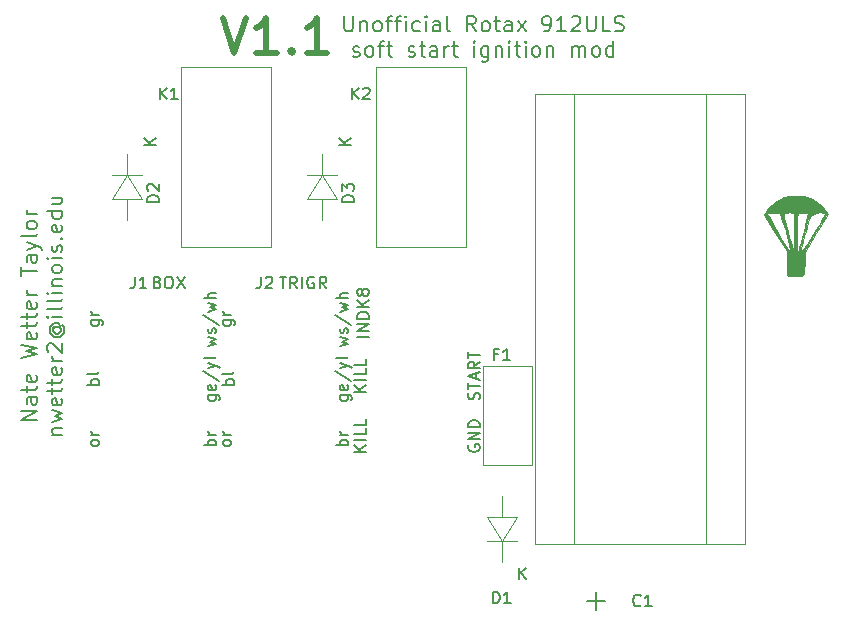
<source format=gto>
G04 #@! TF.GenerationSoftware,KiCad,Pcbnew,(5.1.4)-1*
G04 #@! TF.CreationDate,2019-11-30T19:48:50-06:00*
G04 #@! TF.ProjectId,rotax 912 soft start,726f7461-7820-4393-9132-20736f667420,rev?*
G04 #@! TF.SameCoordinates,Original*
G04 #@! TF.FileFunction,Legend,Top*
G04 #@! TF.FilePolarity,Positive*
%FSLAX46Y46*%
G04 Gerber Fmt 4.6, Leading zero omitted, Abs format (unit mm)*
G04 Created by KiCad (PCBNEW (5.1.4)-1) date 2019-11-30 19:48:50*
%MOMM*%
%LPD*%
G04 APERTURE LIST*
%ADD10C,0.500000*%
%ADD11C,0.200000*%
%ADD12C,0.010000*%
%ADD13C,0.120000*%
%ADD14C,0.150000*%
G04 APERTURE END LIST*
D10*
X120066571Y-101405142D02*
X121066571Y-104405142D01*
X122066571Y-101405142D01*
X124638000Y-104405142D02*
X122923714Y-104405142D01*
X123780857Y-104405142D02*
X123780857Y-101405142D01*
X123495142Y-101833714D01*
X123209428Y-102119428D01*
X122923714Y-102262285D01*
X125923714Y-104119428D02*
X126066571Y-104262285D01*
X125923714Y-104405142D01*
X125780857Y-104262285D01*
X125923714Y-104119428D01*
X125923714Y-104405142D01*
X128923714Y-104405142D02*
X127209428Y-104405142D01*
X128066571Y-104405142D02*
X128066571Y-101405142D01*
X127780857Y-101833714D01*
X127495142Y-102119428D01*
X127209428Y-102262285D01*
D11*
X104339095Y-135460476D02*
X103039095Y-135460476D01*
X104339095Y-134717619D01*
X103039095Y-134717619D01*
X104339095Y-133541428D02*
X103658142Y-133541428D01*
X103534333Y-133603333D01*
X103472428Y-133727142D01*
X103472428Y-133974761D01*
X103534333Y-134098571D01*
X104277190Y-133541428D02*
X104339095Y-133665238D01*
X104339095Y-133974761D01*
X104277190Y-134098571D01*
X104153380Y-134160476D01*
X104029571Y-134160476D01*
X103905761Y-134098571D01*
X103843857Y-133974761D01*
X103843857Y-133665238D01*
X103781952Y-133541428D01*
X103472428Y-133108095D02*
X103472428Y-132612857D01*
X103039095Y-132922380D02*
X104153380Y-132922380D01*
X104277190Y-132860476D01*
X104339095Y-132736666D01*
X104339095Y-132612857D01*
X104277190Y-131684285D02*
X104339095Y-131808095D01*
X104339095Y-132055714D01*
X104277190Y-132179523D01*
X104153380Y-132241428D01*
X103658142Y-132241428D01*
X103534333Y-132179523D01*
X103472428Y-132055714D01*
X103472428Y-131808095D01*
X103534333Y-131684285D01*
X103658142Y-131622380D01*
X103781952Y-131622380D01*
X103905761Y-132241428D01*
X103039095Y-130198571D02*
X104339095Y-129889047D01*
X103410523Y-129641428D01*
X104339095Y-129393809D01*
X103039095Y-129084285D01*
X104277190Y-128093809D02*
X104339095Y-128217619D01*
X104339095Y-128465238D01*
X104277190Y-128589047D01*
X104153380Y-128650952D01*
X103658142Y-128650952D01*
X103534333Y-128589047D01*
X103472428Y-128465238D01*
X103472428Y-128217619D01*
X103534333Y-128093809D01*
X103658142Y-128031904D01*
X103781952Y-128031904D01*
X103905761Y-128650952D01*
X103472428Y-127660476D02*
X103472428Y-127165238D01*
X103039095Y-127474761D02*
X104153380Y-127474761D01*
X104277190Y-127412857D01*
X104339095Y-127289047D01*
X104339095Y-127165238D01*
X103472428Y-126917619D02*
X103472428Y-126422380D01*
X103039095Y-126731904D02*
X104153380Y-126731904D01*
X104277190Y-126670000D01*
X104339095Y-126546190D01*
X104339095Y-126422380D01*
X104277190Y-125493809D02*
X104339095Y-125617619D01*
X104339095Y-125865238D01*
X104277190Y-125989047D01*
X104153380Y-126050952D01*
X103658142Y-126050952D01*
X103534333Y-125989047D01*
X103472428Y-125865238D01*
X103472428Y-125617619D01*
X103534333Y-125493809D01*
X103658142Y-125431904D01*
X103781952Y-125431904D01*
X103905761Y-126050952D01*
X104339095Y-124874761D02*
X103472428Y-124874761D01*
X103720047Y-124874761D02*
X103596238Y-124812857D01*
X103534333Y-124750952D01*
X103472428Y-124627142D01*
X103472428Y-124503333D01*
X103039095Y-123265238D02*
X103039095Y-122522380D01*
X104339095Y-122893809D02*
X103039095Y-122893809D01*
X104339095Y-121531904D02*
X103658142Y-121531904D01*
X103534333Y-121593809D01*
X103472428Y-121717619D01*
X103472428Y-121965238D01*
X103534333Y-122089047D01*
X104277190Y-121531904D02*
X104339095Y-121655714D01*
X104339095Y-121965238D01*
X104277190Y-122089047D01*
X104153380Y-122150952D01*
X104029571Y-122150952D01*
X103905761Y-122089047D01*
X103843857Y-121965238D01*
X103843857Y-121655714D01*
X103781952Y-121531904D01*
X103472428Y-121036666D02*
X104339095Y-120727142D01*
X103472428Y-120417619D02*
X104339095Y-120727142D01*
X104648619Y-120850952D01*
X104710523Y-120912857D01*
X104772428Y-121036666D01*
X104339095Y-119736666D02*
X104277190Y-119860476D01*
X104153380Y-119922380D01*
X103039095Y-119922380D01*
X104339095Y-119055714D02*
X104277190Y-119179523D01*
X104215285Y-119241428D01*
X104091476Y-119303333D01*
X103720047Y-119303333D01*
X103596238Y-119241428D01*
X103534333Y-119179523D01*
X103472428Y-119055714D01*
X103472428Y-118870000D01*
X103534333Y-118746190D01*
X103596238Y-118684285D01*
X103720047Y-118622380D01*
X104091476Y-118622380D01*
X104215285Y-118684285D01*
X104277190Y-118746190D01*
X104339095Y-118870000D01*
X104339095Y-119055714D01*
X104339095Y-118065238D02*
X103472428Y-118065238D01*
X103720047Y-118065238D02*
X103596238Y-118003333D01*
X103534333Y-117941428D01*
X103472428Y-117817619D01*
X103472428Y-117693809D01*
X105622428Y-136698571D02*
X106489095Y-136698571D01*
X105746238Y-136698571D02*
X105684333Y-136636666D01*
X105622428Y-136512857D01*
X105622428Y-136327142D01*
X105684333Y-136203333D01*
X105808142Y-136141428D01*
X106489095Y-136141428D01*
X105622428Y-135646190D02*
X106489095Y-135398571D01*
X105870047Y-135150952D01*
X106489095Y-134903333D01*
X105622428Y-134655714D01*
X106427190Y-133665238D02*
X106489095Y-133789047D01*
X106489095Y-134036666D01*
X106427190Y-134160476D01*
X106303380Y-134222380D01*
X105808142Y-134222380D01*
X105684333Y-134160476D01*
X105622428Y-134036666D01*
X105622428Y-133789047D01*
X105684333Y-133665238D01*
X105808142Y-133603333D01*
X105931952Y-133603333D01*
X106055761Y-134222380D01*
X105622428Y-133231904D02*
X105622428Y-132736666D01*
X105189095Y-133046190D02*
X106303380Y-133046190D01*
X106427190Y-132984285D01*
X106489095Y-132860476D01*
X106489095Y-132736666D01*
X105622428Y-132489047D02*
X105622428Y-131993809D01*
X105189095Y-132303333D02*
X106303380Y-132303333D01*
X106427190Y-132241428D01*
X106489095Y-132117619D01*
X106489095Y-131993809D01*
X106427190Y-131065238D02*
X106489095Y-131189047D01*
X106489095Y-131436666D01*
X106427190Y-131560476D01*
X106303380Y-131622380D01*
X105808142Y-131622380D01*
X105684333Y-131560476D01*
X105622428Y-131436666D01*
X105622428Y-131189047D01*
X105684333Y-131065238D01*
X105808142Y-131003333D01*
X105931952Y-131003333D01*
X106055761Y-131622380D01*
X106489095Y-130446190D02*
X105622428Y-130446190D01*
X105870047Y-130446190D02*
X105746238Y-130384285D01*
X105684333Y-130322380D01*
X105622428Y-130198571D01*
X105622428Y-130074761D01*
X105312904Y-129703333D02*
X105251000Y-129641428D01*
X105189095Y-129517619D01*
X105189095Y-129208095D01*
X105251000Y-129084285D01*
X105312904Y-129022380D01*
X105436714Y-128960476D01*
X105560523Y-128960476D01*
X105746238Y-129022380D01*
X106489095Y-129765238D01*
X106489095Y-128960476D01*
X105870047Y-127598571D02*
X105808142Y-127660476D01*
X105746238Y-127784285D01*
X105746238Y-127908095D01*
X105808142Y-128031904D01*
X105870047Y-128093809D01*
X105993857Y-128155714D01*
X106117666Y-128155714D01*
X106241476Y-128093809D01*
X106303380Y-128031904D01*
X106365285Y-127908095D01*
X106365285Y-127784285D01*
X106303380Y-127660476D01*
X106241476Y-127598571D01*
X105746238Y-127598571D02*
X106241476Y-127598571D01*
X106303380Y-127536666D01*
X106303380Y-127474761D01*
X106241476Y-127350952D01*
X106117666Y-127289047D01*
X105808142Y-127289047D01*
X105622428Y-127412857D01*
X105498619Y-127598571D01*
X105436714Y-127846190D01*
X105498619Y-128093809D01*
X105622428Y-128279523D01*
X105808142Y-128403333D01*
X106055761Y-128465238D01*
X106303380Y-128403333D01*
X106489095Y-128279523D01*
X106612904Y-128093809D01*
X106674809Y-127846190D01*
X106612904Y-127598571D01*
X106489095Y-127412857D01*
X106489095Y-126731904D02*
X105622428Y-126731904D01*
X105189095Y-126731904D02*
X105251000Y-126793809D01*
X105312904Y-126731904D01*
X105251000Y-126670000D01*
X105189095Y-126731904D01*
X105312904Y-126731904D01*
X106489095Y-125927142D02*
X106427190Y-126050952D01*
X106303380Y-126112857D01*
X105189095Y-126112857D01*
X106489095Y-125246190D02*
X106427190Y-125370000D01*
X106303380Y-125431904D01*
X105189095Y-125431904D01*
X106489095Y-124750952D02*
X105622428Y-124750952D01*
X105189095Y-124750952D02*
X105251000Y-124812857D01*
X105312904Y-124750952D01*
X105251000Y-124689047D01*
X105189095Y-124750952D01*
X105312904Y-124750952D01*
X105622428Y-124131904D02*
X106489095Y-124131904D01*
X105746238Y-124131904D02*
X105684333Y-124070000D01*
X105622428Y-123946190D01*
X105622428Y-123760476D01*
X105684333Y-123636666D01*
X105808142Y-123574761D01*
X106489095Y-123574761D01*
X106489095Y-122770000D02*
X106427190Y-122893809D01*
X106365285Y-122955714D01*
X106241476Y-123017619D01*
X105870047Y-123017619D01*
X105746238Y-122955714D01*
X105684333Y-122893809D01*
X105622428Y-122770000D01*
X105622428Y-122584285D01*
X105684333Y-122460476D01*
X105746238Y-122398571D01*
X105870047Y-122336666D01*
X106241476Y-122336666D01*
X106365285Y-122398571D01*
X106427190Y-122460476D01*
X106489095Y-122584285D01*
X106489095Y-122770000D01*
X106489095Y-121779523D02*
X105622428Y-121779523D01*
X105189095Y-121779523D02*
X105251000Y-121841428D01*
X105312904Y-121779523D01*
X105251000Y-121717619D01*
X105189095Y-121779523D01*
X105312904Y-121779523D01*
X106427190Y-121222380D02*
X106489095Y-121098571D01*
X106489095Y-120850952D01*
X106427190Y-120727142D01*
X106303380Y-120665238D01*
X106241476Y-120665238D01*
X106117666Y-120727142D01*
X106055761Y-120850952D01*
X106055761Y-121036666D01*
X105993857Y-121160476D01*
X105870047Y-121222380D01*
X105808142Y-121222380D01*
X105684333Y-121160476D01*
X105622428Y-121036666D01*
X105622428Y-120850952D01*
X105684333Y-120727142D01*
X106365285Y-120108095D02*
X106427190Y-120046190D01*
X106489095Y-120108095D01*
X106427190Y-120170000D01*
X106365285Y-120108095D01*
X106489095Y-120108095D01*
X106427190Y-118993809D02*
X106489095Y-119117619D01*
X106489095Y-119365238D01*
X106427190Y-119489047D01*
X106303380Y-119550952D01*
X105808142Y-119550952D01*
X105684333Y-119489047D01*
X105622428Y-119365238D01*
X105622428Y-119117619D01*
X105684333Y-118993809D01*
X105808142Y-118931904D01*
X105931952Y-118931904D01*
X106055761Y-119550952D01*
X106489095Y-117817619D02*
X105189095Y-117817619D01*
X106427190Y-117817619D02*
X106489095Y-117941428D01*
X106489095Y-118189047D01*
X106427190Y-118312857D01*
X106365285Y-118374761D01*
X106241476Y-118436666D01*
X105870047Y-118436666D01*
X105746238Y-118374761D01*
X105684333Y-118312857D01*
X105622428Y-118189047D01*
X105622428Y-117941428D01*
X105684333Y-117817619D01*
X105622428Y-116641428D02*
X106489095Y-116641428D01*
X105622428Y-117198571D02*
X106303380Y-117198571D01*
X106427190Y-117136666D01*
X106489095Y-117012857D01*
X106489095Y-116827142D01*
X106427190Y-116703333D01*
X106365285Y-116641428D01*
X130371142Y-101261095D02*
X130371142Y-102313476D01*
X130433047Y-102437285D01*
X130494952Y-102499190D01*
X130618761Y-102561095D01*
X130866380Y-102561095D01*
X130990190Y-102499190D01*
X131052095Y-102437285D01*
X131114000Y-102313476D01*
X131114000Y-101261095D01*
X131733047Y-101694428D02*
X131733047Y-102561095D01*
X131733047Y-101818238D02*
X131794952Y-101756333D01*
X131918761Y-101694428D01*
X132104476Y-101694428D01*
X132228285Y-101756333D01*
X132290190Y-101880142D01*
X132290190Y-102561095D01*
X133094952Y-102561095D02*
X132971142Y-102499190D01*
X132909238Y-102437285D01*
X132847333Y-102313476D01*
X132847333Y-101942047D01*
X132909238Y-101818238D01*
X132971142Y-101756333D01*
X133094952Y-101694428D01*
X133280666Y-101694428D01*
X133404476Y-101756333D01*
X133466380Y-101818238D01*
X133528285Y-101942047D01*
X133528285Y-102313476D01*
X133466380Y-102437285D01*
X133404476Y-102499190D01*
X133280666Y-102561095D01*
X133094952Y-102561095D01*
X133899714Y-101694428D02*
X134394952Y-101694428D01*
X134085428Y-102561095D02*
X134085428Y-101446809D01*
X134147333Y-101323000D01*
X134271142Y-101261095D01*
X134394952Y-101261095D01*
X134642571Y-101694428D02*
X135137809Y-101694428D01*
X134828285Y-102561095D02*
X134828285Y-101446809D01*
X134890190Y-101323000D01*
X135014000Y-101261095D01*
X135137809Y-101261095D01*
X135571142Y-102561095D02*
X135571142Y-101694428D01*
X135571142Y-101261095D02*
X135509238Y-101323000D01*
X135571142Y-101384904D01*
X135633047Y-101323000D01*
X135571142Y-101261095D01*
X135571142Y-101384904D01*
X136747333Y-102499190D02*
X136623523Y-102561095D01*
X136375904Y-102561095D01*
X136252095Y-102499190D01*
X136190190Y-102437285D01*
X136128285Y-102313476D01*
X136128285Y-101942047D01*
X136190190Y-101818238D01*
X136252095Y-101756333D01*
X136375904Y-101694428D01*
X136623523Y-101694428D01*
X136747333Y-101756333D01*
X137304476Y-102561095D02*
X137304476Y-101694428D01*
X137304476Y-101261095D02*
X137242571Y-101323000D01*
X137304476Y-101384904D01*
X137366380Y-101323000D01*
X137304476Y-101261095D01*
X137304476Y-101384904D01*
X138480666Y-102561095D02*
X138480666Y-101880142D01*
X138418761Y-101756333D01*
X138294952Y-101694428D01*
X138047333Y-101694428D01*
X137923523Y-101756333D01*
X138480666Y-102499190D02*
X138356857Y-102561095D01*
X138047333Y-102561095D01*
X137923523Y-102499190D01*
X137861619Y-102375380D01*
X137861619Y-102251571D01*
X137923523Y-102127761D01*
X138047333Y-102065857D01*
X138356857Y-102065857D01*
X138480666Y-102003952D01*
X139285428Y-102561095D02*
X139161619Y-102499190D01*
X139099714Y-102375380D01*
X139099714Y-101261095D01*
X141514000Y-102561095D02*
X141080666Y-101942047D01*
X140771142Y-102561095D02*
X140771142Y-101261095D01*
X141266380Y-101261095D01*
X141390190Y-101323000D01*
X141452095Y-101384904D01*
X141514000Y-101508714D01*
X141514000Y-101694428D01*
X141452095Y-101818238D01*
X141390190Y-101880142D01*
X141266380Y-101942047D01*
X140771142Y-101942047D01*
X142256857Y-102561095D02*
X142133047Y-102499190D01*
X142071142Y-102437285D01*
X142009238Y-102313476D01*
X142009238Y-101942047D01*
X142071142Y-101818238D01*
X142133047Y-101756333D01*
X142256857Y-101694428D01*
X142442571Y-101694428D01*
X142566380Y-101756333D01*
X142628285Y-101818238D01*
X142690190Y-101942047D01*
X142690190Y-102313476D01*
X142628285Y-102437285D01*
X142566380Y-102499190D01*
X142442571Y-102561095D01*
X142256857Y-102561095D01*
X143061619Y-101694428D02*
X143556857Y-101694428D01*
X143247333Y-101261095D02*
X143247333Y-102375380D01*
X143309238Y-102499190D01*
X143433047Y-102561095D01*
X143556857Y-102561095D01*
X144547333Y-102561095D02*
X144547333Y-101880142D01*
X144485428Y-101756333D01*
X144361619Y-101694428D01*
X144114000Y-101694428D01*
X143990190Y-101756333D01*
X144547333Y-102499190D02*
X144423523Y-102561095D01*
X144114000Y-102561095D01*
X143990190Y-102499190D01*
X143928285Y-102375380D01*
X143928285Y-102251571D01*
X143990190Y-102127761D01*
X144114000Y-102065857D01*
X144423523Y-102065857D01*
X144547333Y-102003952D01*
X145042571Y-102561095D02*
X145723523Y-101694428D01*
X145042571Y-101694428D02*
X145723523Y-102561095D01*
X147271142Y-102561095D02*
X147518761Y-102561095D01*
X147642571Y-102499190D01*
X147704476Y-102437285D01*
X147828285Y-102251571D01*
X147890190Y-102003952D01*
X147890190Y-101508714D01*
X147828285Y-101384904D01*
X147766380Y-101323000D01*
X147642571Y-101261095D01*
X147394952Y-101261095D01*
X147271142Y-101323000D01*
X147209238Y-101384904D01*
X147147333Y-101508714D01*
X147147333Y-101818238D01*
X147209238Y-101942047D01*
X147271142Y-102003952D01*
X147394952Y-102065857D01*
X147642571Y-102065857D01*
X147766380Y-102003952D01*
X147828285Y-101942047D01*
X147890190Y-101818238D01*
X149128285Y-102561095D02*
X148385428Y-102561095D01*
X148756857Y-102561095D02*
X148756857Y-101261095D01*
X148633047Y-101446809D01*
X148509238Y-101570619D01*
X148385428Y-101632523D01*
X149623523Y-101384904D02*
X149685428Y-101323000D01*
X149809238Y-101261095D01*
X150118761Y-101261095D01*
X150242571Y-101323000D01*
X150304476Y-101384904D01*
X150366380Y-101508714D01*
X150366380Y-101632523D01*
X150304476Y-101818238D01*
X149561619Y-102561095D01*
X150366380Y-102561095D01*
X150923523Y-101261095D02*
X150923523Y-102313476D01*
X150985428Y-102437285D01*
X151047333Y-102499190D01*
X151171142Y-102561095D01*
X151418761Y-102561095D01*
X151542571Y-102499190D01*
X151604476Y-102437285D01*
X151666380Y-102313476D01*
X151666380Y-101261095D01*
X152904476Y-102561095D02*
X152285428Y-102561095D01*
X152285428Y-101261095D01*
X153275904Y-102499190D02*
X153461619Y-102561095D01*
X153771142Y-102561095D01*
X153894952Y-102499190D01*
X153956857Y-102437285D01*
X154018761Y-102313476D01*
X154018761Y-102189666D01*
X153956857Y-102065857D01*
X153894952Y-102003952D01*
X153771142Y-101942047D01*
X153523523Y-101880142D01*
X153399714Y-101818238D01*
X153337809Y-101756333D01*
X153275904Y-101632523D01*
X153275904Y-101508714D01*
X153337809Y-101384904D01*
X153399714Y-101323000D01*
X153523523Y-101261095D01*
X153833047Y-101261095D01*
X154018761Y-101323000D01*
X131114000Y-104649190D02*
X131237809Y-104711095D01*
X131485428Y-104711095D01*
X131609238Y-104649190D01*
X131671142Y-104525380D01*
X131671142Y-104463476D01*
X131609238Y-104339666D01*
X131485428Y-104277761D01*
X131299714Y-104277761D01*
X131175904Y-104215857D01*
X131114000Y-104092047D01*
X131114000Y-104030142D01*
X131175904Y-103906333D01*
X131299714Y-103844428D01*
X131485428Y-103844428D01*
X131609238Y-103906333D01*
X132414000Y-104711095D02*
X132290190Y-104649190D01*
X132228285Y-104587285D01*
X132166380Y-104463476D01*
X132166380Y-104092047D01*
X132228285Y-103968238D01*
X132290190Y-103906333D01*
X132414000Y-103844428D01*
X132599714Y-103844428D01*
X132723523Y-103906333D01*
X132785428Y-103968238D01*
X132847333Y-104092047D01*
X132847333Y-104463476D01*
X132785428Y-104587285D01*
X132723523Y-104649190D01*
X132599714Y-104711095D01*
X132414000Y-104711095D01*
X133218761Y-103844428D02*
X133714000Y-103844428D01*
X133404476Y-104711095D02*
X133404476Y-103596809D01*
X133466380Y-103473000D01*
X133590190Y-103411095D01*
X133714000Y-103411095D01*
X133961619Y-103844428D02*
X134456857Y-103844428D01*
X134147333Y-103411095D02*
X134147333Y-104525380D01*
X134209238Y-104649190D01*
X134333047Y-104711095D01*
X134456857Y-104711095D01*
X135818761Y-104649190D02*
X135942571Y-104711095D01*
X136190190Y-104711095D01*
X136314000Y-104649190D01*
X136375904Y-104525380D01*
X136375904Y-104463476D01*
X136314000Y-104339666D01*
X136190190Y-104277761D01*
X136004476Y-104277761D01*
X135880666Y-104215857D01*
X135818761Y-104092047D01*
X135818761Y-104030142D01*
X135880666Y-103906333D01*
X136004476Y-103844428D01*
X136190190Y-103844428D01*
X136314000Y-103906333D01*
X136747333Y-103844428D02*
X137242571Y-103844428D01*
X136933047Y-103411095D02*
X136933047Y-104525380D01*
X136994952Y-104649190D01*
X137118761Y-104711095D01*
X137242571Y-104711095D01*
X138233047Y-104711095D02*
X138233047Y-104030142D01*
X138171142Y-103906333D01*
X138047333Y-103844428D01*
X137799714Y-103844428D01*
X137675904Y-103906333D01*
X138233047Y-104649190D02*
X138109238Y-104711095D01*
X137799714Y-104711095D01*
X137675904Y-104649190D01*
X137614000Y-104525380D01*
X137614000Y-104401571D01*
X137675904Y-104277761D01*
X137799714Y-104215857D01*
X138109238Y-104215857D01*
X138233047Y-104153952D01*
X138852095Y-104711095D02*
X138852095Y-103844428D01*
X138852095Y-104092047D02*
X138914000Y-103968238D01*
X138975904Y-103906333D01*
X139099714Y-103844428D01*
X139223523Y-103844428D01*
X139471142Y-103844428D02*
X139966380Y-103844428D01*
X139656857Y-103411095D02*
X139656857Y-104525380D01*
X139718761Y-104649190D01*
X139842571Y-104711095D01*
X139966380Y-104711095D01*
X141390190Y-104711095D02*
X141390190Y-103844428D01*
X141390190Y-103411095D02*
X141328285Y-103473000D01*
X141390190Y-103534904D01*
X141452095Y-103473000D01*
X141390190Y-103411095D01*
X141390190Y-103534904D01*
X142566380Y-103844428D02*
X142566380Y-104896809D01*
X142504476Y-105020619D01*
X142442571Y-105082523D01*
X142318761Y-105144428D01*
X142133047Y-105144428D01*
X142009238Y-105082523D01*
X142566380Y-104649190D02*
X142442571Y-104711095D01*
X142194952Y-104711095D01*
X142071142Y-104649190D01*
X142009238Y-104587285D01*
X141947333Y-104463476D01*
X141947333Y-104092047D01*
X142009238Y-103968238D01*
X142071142Y-103906333D01*
X142194952Y-103844428D01*
X142442571Y-103844428D01*
X142566380Y-103906333D01*
X143185428Y-103844428D02*
X143185428Y-104711095D01*
X143185428Y-103968238D02*
X143247333Y-103906333D01*
X143371142Y-103844428D01*
X143556857Y-103844428D01*
X143680666Y-103906333D01*
X143742571Y-104030142D01*
X143742571Y-104711095D01*
X144361619Y-104711095D02*
X144361619Y-103844428D01*
X144361619Y-103411095D02*
X144299714Y-103473000D01*
X144361619Y-103534904D01*
X144423523Y-103473000D01*
X144361619Y-103411095D01*
X144361619Y-103534904D01*
X144794952Y-103844428D02*
X145290190Y-103844428D01*
X144980666Y-103411095D02*
X144980666Y-104525380D01*
X145042571Y-104649190D01*
X145166380Y-104711095D01*
X145290190Y-104711095D01*
X145723523Y-104711095D02*
X145723523Y-103844428D01*
X145723523Y-103411095D02*
X145661619Y-103473000D01*
X145723523Y-103534904D01*
X145785428Y-103473000D01*
X145723523Y-103411095D01*
X145723523Y-103534904D01*
X146528285Y-104711095D02*
X146404476Y-104649190D01*
X146342571Y-104587285D01*
X146280666Y-104463476D01*
X146280666Y-104092047D01*
X146342571Y-103968238D01*
X146404476Y-103906333D01*
X146528285Y-103844428D01*
X146714000Y-103844428D01*
X146837809Y-103906333D01*
X146899714Y-103968238D01*
X146961619Y-104092047D01*
X146961619Y-104463476D01*
X146899714Y-104587285D01*
X146837809Y-104649190D01*
X146714000Y-104711095D01*
X146528285Y-104711095D01*
X147518761Y-103844428D02*
X147518761Y-104711095D01*
X147518761Y-103968238D02*
X147580666Y-103906333D01*
X147704476Y-103844428D01*
X147890190Y-103844428D01*
X148014000Y-103906333D01*
X148075904Y-104030142D01*
X148075904Y-104711095D01*
X149685428Y-104711095D02*
X149685428Y-103844428D01*
X149685428Y-103968238D02*
X149747333Y-103906333D01*
X149871142Y-103844428D01*
X150056857Y-103844428D01*
X150180666Y-103906333D01*
X150242571Y-104030142D01*
X150242571Y-104711095D01*
X150242571Y-104030142D02*
X150304476Y-103906333D01*
X150428285Y-103844428D01*
X150614000Y-103844428D01*
X150737809Y-103906333D01*
X150799714Y-104030142D01*
X150799714Y-104711095D01*
X151604476Y-104711095D02*
X151480666Y-104649190D01*
X151418761Y-104587285D01*
X151356857Y-104463476D01*
X151356857Y-104092047D01*
X151418761Y-103968238D01*
X151480666Y-103906333D01*
X151604476Y-103844428D01*
X151790190Y-103844428D01*
X151914000Y-103906333D01*
X151975904Y-103968238D01*
X152037809Y-104092047D01*
X152037809Y-104463476D01*
X151975904Y-104587285D01*
X151914000Y-104649190D01*
X151790190Y-104711095D01*
X151604476Y-104711095D01*
X153152095Y-104711095D02*
X153152095Y-103411095D01*
X153152095Y-104649190D02*
X153028285Y-104711095D01*
X152780666Y-104711095D01*
X152656857Y-104649190D01*
X152594952Y-104587285D01*
X152533047Y-104463476D01*
X152533047Y-104092047D01*
X152594952Y-103968238D01*
X152656857Y-103906333D01*
X152780666Y-103844428D01*
X153028285Y-103844428D01*
X153152095Y-103906333D01*
D12*
G36*
X169302324Y-116522943D02*
G01*
X169805095Y-116669884D01*
X169850000Y-116689936D01*
X170424855Y-117018805D01*
X170902464Y-117440374D01*
X171114361Y-117688214D01*
X171369639Y-118010528D01*
X170355819Y-119632181D01*
X169342000Y-121253833D01*
X169342000Y-122217192D01*
X169338323Y-122645900D01*
X169324787Y-122933873D01*
X169297631Y-123109598D01*
X169253096Y-123201565D01*
X169208075Y-123231942D01*
X169050910Y-123260670D01*
X168796606Y-123277282D01*
X168498473Y-123281979D01*
X168209816Y-123274964D01*
X167983944Y-123256438D01*
X167874444Y-123226889D01*
X167852500Y-123124787D01*
X167834538Y-122888607D01*
X167822418Y-122553591D01*
X167818000Y-122157287D01*
X167818000Y-121144130D01*
X166876405Y-119614701D01*
X165934810Y-118085273D01*
X166004382Y-117961306D01*
X166169139Y-117961306D01*
X166198426Y-118041772D01*
X166301738Y-118240392D01*
X166463800Y-118531445D01*
X166669338Y-118889213D01*
X166903077Y-119287976D01*
X167149744Y-119702013D01*
X167394064Y-120105605D01*
X167620763Y-120473033D01*
X167814567Y-120778577D01*
X167960201Y-120996516D01*
X168017690Y-121074018D01*
X168094145Y-121143715D01*
X168127423Y-121106036D01*
X168115739Y-120950861D01*
X168057309Y-120668066D01*
X167950349Y-120247531D01*
X167793073Y-119679133D01*
X167737217Y-119483169D01*
X167599955Y-119009891D01*
X167476400Y-118594841D01*
X167374762Y-118264737D01*
X167351067Y-118192350D01*
X167602587Y-118192350D01*
X167627715Y-118360821D01*
X167687535Y-118617755D01*
X167785768Y-118987563D01*
X167926132Y-119494661D01*
X167934524Y-119524779D01*
X168067999Y-119998901D01*
X168189517Y-120421504D01*
X168290451Y-120763289D01*
X168362176Y-120994963D01*
X168393038Y-121082000D01*
X168412745Y-121042362D01*
X168432147Y-120856779D01*
X168449927Y-120548636D01*
X168464766Y-120141318D01*
X168475345Y-119658211D01*
X168476080Y-119609302D01*
X168478580Y-119381715D01*
X168667294Y-119381715D01*
X168668813Y-119704938D01*
X168676337Y-120196536D01*
X168691037Y-120613119D01*
X168711411Y-120929545D01*
X168735954Y-121120673D01*
X168756226Y-121166667D01*
X168828027Y-121131869D01*
X169028068Y-121131869D01*
X169084800Y-121158613D01*
X169204821Y-121064910D01*
X169370338Y-120859272D01*
X169406413Y-120806834D01*
X169628068Y-120469440D01*
X169876002Y-120079507D01*
X170135261Y-119662056D01*
X170390887Y-119242113D01*
X170627925Y-118844702D01*
X170831420Y-118494848D01*
X170986417Y-118217574D01*
X171077959Y-118037906D01*
X171095241Y-117981019D01*
X170930803Y-117911734D01*
X170671547Y-117892452D01*
X170383857Y-117921329D01*
X170134116Y-117996518D01*
X170110164Y-118008400D01*
X169999829Y-118072134D01*
X169912755Y-118148624D01*
X169837310Y-118264340D01*
X169761862Y-118445755D01*
X169674778Y-118719341D01*
X169564427Y-119111571D01*
X169466452Y-119473334D01*
X169341718Y-119934270D01*
X169228371Y-120349301D01*
X169135468Y-120685547D01*
X169072069Y-120910128D01*
X169052416Y-120976167D01*
X169028068Y-121131869D01*
X168828027Y-121131869D01*
X168832860Y-121129527D01*
X168834000Y-121121890D01*
X168855685Y-121030014D01*
X168916017Y-120801264D01*
X169007912Y-120461805D01*
X169124285Y-120037802D01*
X169258052Y-119555423D01*
X169260941Y-119545053D01*
X169392330Y-119061681D01*
X169501876Y-118635499D01*
X169583352Y-118292734D01*
X169630532Y-118059611D01*
X169637190Y-117962358D01*
X169636810Y-117961921D01*
X169526850Y-117929602D01*
X169315816Y-117911956D01*
X169243970Y-117910849D01*
X169049349Y-117919765D01*
X168903416Y-117960580D01*
X168799405Y-118054398D01*
X168730553Y-118222318D01*
X168690093Y-118485443D01*
X168671262Y-118864875D01*
X168667294Y-119381715D01*
X168478580Y-119381715D01*
X168481599Y-119107067D01*
X168483158Y-118665851D01*
X168480934Y-118312463D01*
X168475100Y-118073713D01*
X168465833Y-117976409D01*
X168465403Y-117975848D01*
X168313595Y-117913768D01*
X168078900Y-117894395D01*
X167842353Y-117917970D01*
X167698152Y-117973571D01*
X167641525Y-118023139D01*
X167608430Y-118087927D01*
X167602587Y-118192350D01*
X167351067Y-118192350D01*
X167303255Y-118046296D01*
X167271123Y-117966901D01*
X167163158Y-117938899D01*
X166945733Y-117922038D01*
X166678135Y-117916617D01*
X166419651Y-117922939D01*
X166229569Y-117941304D01*
X166169139Y-117961306D01*
X166004382Y-117961306D01*
X166079867Y-117826803D01*
X166289459Y-117550895D01*
X166604117Y-117249471D01*
X166972977Y-116963045D01*
X167345178Y-116732134D01*
X167594648Y-116620196D01*
X168133511Y-116496133D01*
X168723932Y-116464371D01*
X169302324Y-116522943D01*
X169302324Y-116522943D01*
G37*
X169302324Y-116522943D02*
X169805095Y-116669884D01*
X169850000Y-116689936D01*
X170424855Y-117018805D01*
X170902464Y-117440374D01*
X171114361Y-117688214D01*
X171369639Y-118010528D01*
X170355819Y-119632181D01*
X169342000Y-121253833D01*
X169342000Y-122217192D01*
X169338323Y-122645900D01*
X169324787Y-122933873D01*
X169297631Y-123109598D01*
X169253096Y-123201565D01*
X169208075Y-123231942D01*
X169050910Y-123260670D01*
X168796606Y-123277282D01*
X168498473Y-123281979D01*
X168209816Y-123274964D01*
X167983944Y-123256438D01*
X167874444Y-123226889D01*
X167852500Y-123124787D01*
X167834538Y-122888607D01*
X167822418Y-122553591D01*
X167818000Y-122157287D01*
X167818000Y-121144130D01*
X166876405Y-119614701D01*
X165934810Y-118085273D01*
X166004382Y-117961306D01*
X166169139Y-117961306D01*
X166198426Y-118041772D01*
X166301738Y-118240392D01*
X166463800Y-118531445D01*
X166669338Y-118889213D01*
X166903077Y-119287976D01*
X167149744Y-119702013D01*
X167394064Y-120105605D01*
X167620763Y-120473033D01*
X167814567Y-120778577D01*
X167960201Y-120996516D01*
X168017690Y-121074018D01*
X168094145Y-121143715D01*
X168127423Y-121106036D01*
X168115739Y-120950861D01*
X168057309Y-120668066D01*
X167950349Y-120247531D01*
X167793073Y-119679133D01*
X167737217Y-119483169D01*
X167599955Y-119009891D01*
X167476400Y-118594841D01*
X167374762Y-118264737D01*
X167351067Y-118192350D01*
X167602587Y-118192350D01*
X167627715Y-118360821D01*
X167687535Y-118617755D01*
X167785768Y-118987563D01*
X167926132Y-119494661D01*
X167934524Y-119524779D01*
X168067999Y-119998901D01*
X168189517Y-120421504D01*
X168290451Y-120763289D01*
X168362176Y-120994963D01*
X168393038Y-121082000D01*
X168412745Y-121042362D01*
X168432147Y-120856779D01*
X168449927Y-120548636D01*
X168464766Y-120141318D01*
X168475345Y-119658211D01*
X168476080Y-119609302D01*
X168478580Y-119381715D01*
X168667294Y-119381715D01*
X168668813Y-119704938D01*
X168676337Y-120196536D01*
X168691037Y-120613119D01*
X168711411Y-120929545D01*
X168735954Y-121120673D01*
X168756226Y-121166667D01*
X168828027Y-121131869D01*
X169028068Y-121131869D01*
X169084800Y-121158613D01*
X169204821Y-121064910D01*
X169370338Y-120859272D01*
X169406413Y-120806834D01*
X169628068Y-120469440D01*
X169876002Y-120079507D01*
X170135261Y-119662056D01*
X170390887Y-119242113D01*
X170627925Y-118844702D01*
X170831420Y-118494848D01*
X170986417Y-118217574D01*
X171077959Y-118037906D01*
X171095241Y-117981019D01*
X170930803Y-117911734D01*
X170671547Y-117892452D01*
X170383857Y-117921329D01*
X170134116Y-117996518D01*
X170110164Y-118008400D01*
X169999829Y-118072134D01*
X169912755Y-118148624D01*
X169837310Y-118264340D01*
X169761862Y-118445755D01*
X169674778Y-118719341D01*
X169564427Y-119111571D01*
X169466452Y-119473334D01*
X169341718Y-119934270D01*
X169228371Y-120349301D01*
X169135468Y-120685547D01*
X169072069Y-120910128D01*
X169052416Y-120976167D01*
X169028068Y-121131869D01*
X168828027Y-121131869D01*
X168832860Y-121129527D01*
X168834000Y-121121890D01*
X168855685Y-121030014D01*
X168916017Y-120801264D01*
X169007912Y-120461805D01*
X169124285Y-120037802D01*
X169258052Y-119555423D01*
X169260941Y-119545053D01*
X169392330Y-119061681D01*
X169501876Y-118635499D01*
X169583352Y-118292734D01*
X169630532Y-118059611D01*
X169637190Y-117962358D01*
X169636810Y-117961921D01*
X169526850Y-117929602D01*
X169315816Y-117911956D01*
X169243970Y-117910849D01*
X169049349Y-117919765D01*
X168903416Y-117960580D01*
X168799405Y-118054398D01*
X168730553Y-118222318D01*
X168690093Y-118485443D01*
X168671262Y-118864875D01*
X168667294Y-119381715D01*
X168478580Y-119381715D01*
X168481599Y-119107067D01*
X168483158Y-118665851D01*
X168480934Y-118312463D01*
X168475100Y-118073713D01*
X168465833Y-117976409D01*
X168465403Y-117975848D01*
X168313595Y-117913768D01*
X168078900Y-117894395D01*
X167842353Y-117917970D01*
X167698152Y-117973571D01*
X167641525Y-118023139D01*
X167608430Y-118087927D01*
X167602587Y-118192350D01*
X167351067Y-118192350D01*
X167303255Y-118046296D01*
X167271123Y-117966901D01*
X167163158Y-117938899D01*
X166945733Y-117922038D01*
X166678135Y-117916617D01*
X166419651Y-117922939D01*
X166229569Y-117941304D01*
X166169139Y-117961306D01*
X166004382Y-117961306D01*
X166079867Y-117826803D01*
X166289459Y-117550895D01*
X166604117Y-117249471D01*
X166972977Y-116963045D01*
X167345178Y-116732134D01*
X167594648Y-116620196D01*
X168133511Y-116496133D01*
X168723932Y-116464371D01*
X169302324Y-116522943D01*
D13*
X160960000Y-145974000D02*
X160960000Y-107874000D01*
X149784000Y-145974000D02*
X149784000Y-107874000D01*
X164262000Y-145974000D02*
X146482000Y-145974000D01*
X164262000Y-107874000D02*
X164262000Y-145974000D01*
X146482000Y-107874000D02*
X164262000Y-107874000D01*
X146482000Y-145974000D02*
X146482000Y-107874000D01*
X142138600Y-130861000D02*
X142138600Y-139243000D01*
X146253400Y-130861000D02*
X142138600Y-130861000D01*
X146253400Y-139243000D02*
X142138600Y-139243000D01*
X146253400Y-130861000D02*
X146253400Y-139243000D01*
X143688000Y-145720000D02*
X143688000Y-147498000D01*
X143688000Y-143688000D02*
X143688000Y-141910000D01*
X142418000Y-145720000D02*
X144958000Y-145720000D01*
X143688000Y-145720000D02*
X142418000Y-145720000D01*
X144958000Y-143688000D02*
X143688000Y-143688000D01*
X143688000Y-145720000D02*
X144958000Y-143688000D01*
X142418000Y-143688000D02*
X143688000Y-145720000D01*
X143688000Y-143688000D02*
X142418000Y-143688000D01*
X111938000Y-114732000D02*
X111938000Y-112954000D01*
X111938000Y-116764000D02*
X111938000Y-118542000D01*
X113208000Y-114732000D02*
X110668000Y-114732000D01*
X111938000Y-114732000D02*
X113208000Y-114732000D01*
X110668000Y-116764000D02*
X111938000Y-116764000D01*
X111938000Y-114732000D02*
X110668000Y-116764000D01*
X113208000Y-116764000D02*
X111938000Y-114732000D01*
X111938000Y-116764000D02*
X113208000Y-116764000D01*
X128448000Y-114732000D02*
X128448000Y-112954000D01*
X128448000Y-116764000D02*
X128448000Y-118542000D01*
X129718000Y-114732000D02*
X127178000Y-114732000D01*
X128448000Y-114732000D02*
X129718000Y-114732000D01*
X127178000Y-116764000D02*
X128448000Y-116764000D01*
X128448000Y-114732000D02*
X127178000Y-116764000D01*
X129718000Y-116764000D02*
X128448000Y-114732000D01*
X128448000Y-116764000D02*
X129718000Y-116764000D01*
X140640000Y-105588000D02*
X140640000Y-120828000D01*
X133020000Y-120828000D02*
X140640000Y-120828000D01*
X133020000Y-105588000D02*
X133020000Y-120828000D01*
X140640000Y-105588000D02*
X133020000Y-105588000D01*
X134290000Y-105588000D02*
X138608000Y-105588000D01*
X124130000Y-105588000D02*
X124130000Y-120828000D01*
X116510000Y-120828000D02*
X124130000Y-120828000D01*
X116510000Y-105588000D02*
X116510000Y-120828000D01*
X124130000Y-105588000D02*
X116510000Y-105588000D01*
X117780000Y-105588000D02*
X122098000Y-105588000D01*
D14*
X112620666Y-123328380D02*
X112620666Y-124042666D01*
X112573047Y-124185523D01*
X112477809Y-124280761D01*
X112334952Y-124328380D01*
X112239714Y-124328380D01*
X113620666Y-124328380D02*
X113049238Y-124328380D01*
X113334952Y-124328380D02*
X113334952Y-123328380D01*
X113239714Y-123471238D01*
X113144476Y-123566476D01*
X113049238Y-123614095D01*
X114565428Y-123804571D02*
X114708285Y-123852190D01*
X114755904Y-123899809D01*
X114803523Y-123995047D01*
X114803523Y-124137904D01*
X114755904Y-124233142D01*
X114708285Y-124280761D01*
X114613047Y-124328380D01*
X114232095Y-124328380D01*
X114232095Y-123328380D01*
X114565428Y-123328380D01*
X114660666Y-123376000D01*
X114708285Y-123423619D01*
X114755904Y-123518857D01*
X114755904Y-123614095D01*
X114708285Y-123709333D01*
X114660666Y-123756952D01*
X114565428Y-123804571D01*
X114232095Y-123804571D01*
X115422571Y-123328380D02*
X115613047Y-123328380D01*
X115708285Y-123376000D01*
X115803523Y-123471238D01*
X115851142Y-123661714D01*
X115851142Y-123995047D01*
X115803523Y-124185523D01*
X115708285Y-124280761D01*
X115613047Y-124328380D01*
X115422571Y-124328380D01*
X115327333Y-124280761D01*
X115232095Y-124185523D01*
X115184476Y-123995047D01*
X115184476Y-123661714D01*
X115232095Y-123471238D01*
X115327333Y-123376000D01*
X115422571Y-123328380D01*
X116184476Y-123328380D02*
X116851142Y-124328380D01*
X116851142Y-123328380D02*
X116184476Y-124328380D01*
X119502380Y-137607809D02*
X118502380Y-137607809D01*
X118883333Y-137607809D02*
X118835714Y-137512571D01*
X118835714Y-137322095D01*
X118883333Y-137226857D01*
X118930952Y-137179238D01*
X119026190Y-137131619D01*
X119311904Y-137131619D01*
X119407142Y-137179238D01*
X119454761Y-137226857D01*
X119502380Y-137322095D01*
X119502380Y-137512571D01*
X119454761Y-137607809D01*
X119502380Y-136703047D02*
X118835714Y-136703047D01*
X119026190Y-136703047D02*
X118930952Y-136655428D01*
X118883333Y-136607809D01*
X118835714Y-136512571D01*
X118835714Y-136417333D01*
X118835714Y-133384952D02*
X119645238Y-133384952D01*
X119740476Y-133432571D01*
X119788095Y-133480190D01*
X119835714Y-133575428D01*
X119835714Y-133718285D01*
X119788095Y-133813523D01*
X119454761Y-133384952D02*
X119502380Y-133480190D01*
X119502380Y-133670666D01*
X119454761Y-133765904D01*
X119407142Y-133813523D01*
X119311904Y-133861142D01*
X119026190Y-133861142D01*
X118930952Y-133813523D01*
X118883333Y-133765904D01*
X118835714Y-133670666D01*
X118835714Y-133480190D01*
X118883333Y-133384952D01*
X119454761Y-132527809D02*
X119502380Y-132623047D01*
X119502380Y-132813523D01*
X119454761Y-132908761D01*
X119359523Y-132956380D01*
X118978571Y-132956380D01*
X118883333Y-132908761D01*
X118835714Y-132813523D01*
X118835714Y-132623047D01*
X118883333Y-132527809D01*
X118978571Y-132480190D01*
X119073809Y-132480190D01*
X119169047Y-132956380D01*
X118454761Y-131337333D02*
X119740476Y-132194476D01*
X118835714Y-131099238D02*
X119502380Y-130861142D01*
X118835714Y-130623047D02*
X119502380Y-130861142D01*
X119740476Y-130956380D01*
X119788095Y-131004000D01*
X119835714Y-131099238D01*
X119502380Y-130099238D02*
X119454761Y-130194476D01*
X119359523Y-130242095D01*
X118502380Y-130242095D01*
X118835714Y-129209714D02*
X119502380Y-129019238D01*
X119026190Y-128828761D01*
X119502380Y-128638285D01*
X118835714Y-128447809D01*
X119454761Y-128114476D02*
X119502380Y-128019238D01*
X119502380Y-127828761D01*
X119454761Y-127733523D01*
X119359523Y-127685904D01*
X119311904Y-127685904D01*
X119216666Y-127733523D01*
X119169047Y-127828761D01*
X119169047Y-127971619D01*
X119121428Y-128066857D01*
X119026190Y-128114476D01*
X118978571Y-128114476D01*
X118883333Y-128066857D01*
X118835714Y-127971619D01*
X118835714Y-127828761D01*
X118883333Y-127733523D01*
X118454761Y-126543047D02*
X119740476Y-127400190D01*
X118835714Y-126304952D02*
X119502380Y-126114476D01*
X119026190Y-125924000D01*
X119502380Y-125733523D01*
X118835714Y-125543047D01*
X119502380Y-125162095D02*
X118502380Y-125162095D01*
X119502380Y-124733523D02*
X118978571Y-124733523D01*
X118883333Y-124781142D01*
X118835714Y-124876380D01*
X118835714Y-125019238D01*
X118883333Y-125114476D01*
X118930952Y-125162095D01*
X108929714Y-127019238D02*
X109739238Y-127019238D01*
X109834476Y-127066857D01*
X109882095Y-127114476D01*
X109929714Y-127209714D01*
X109929714Y-127352571D01*
X109882095Y-127447809D01*
X109548761Y-127019238D02*
X109596380Y-127114476D01*
X109596380Y-127304952D01*
X109548761Y-127400190D01*
X109501142Y-127447809D01*
X109405904Y-127495428D01*
X109120190Y-127495428D01*
X109024952Y-127447809D01*
X108977333Y-127400190D01*
X108929714Y-127304952D01*
X108929714Y-127114476D01*
X108977333Y-127019238D01*
X109596380Y-126543047D02*
X108929714Y-126543047D01*
X109120190Y-126543047D02*
X109024952Y-126495428D01*
X108977333Y-126447809D01*
X108929714Y-126352571D01*
X108929714Y-126257333D01*
X109596380Y-137464952D02*
X109548761Y-137560190D01*
X109501142Y-137607809D01*
X109405904Y-137655428D01*
X109120190Y-137655428D01*
X109024952Y-137607809D01*
X108977333Y-137560190D01*
X108929714Y-137464952D01*
X108929714Y-137322095D01*
X108977333Y-137226857D01*
X109024952Y-137179238D01*
X109120190Y-137131619D01*
X109405904Y-137131619D01*
X109501142Y-137179238D01*
X109548761Y-137226857D01*
X109596380Y-137322095D01*
X109596380Y-137464952D01*
X109596380Y-136703047D02*
X108929714Y-136703047D01*
X109120190Y-136703047D02*
X109024952Y-136655428D01*
X108977333Y-136607809D01*
X108929714Y-136512571D01*
X108929714Y-136417333D01*
X109596380Y-132480190D02*
X108596380Y-132480190D01*
X108977333Y-132480190D02*
X108929714Y-132384952D01*
X108929714Y-132194476D01*
X108977333Y-132099238D01*
X109024952Y-132051619D01*
X109120190Y-132004000D01*
X109405904Y-132004000D01*
X109501142Y-132051619D01*
X109548761Y-132099238D01*
X109596380Y-132194476D01*
X109596380Y-132384952D01*
X109548761Y-132480190D01*
X109596380Y-131432571D02*
X109548761Y-131527809D01*
X109453523Y-131575428D01*
X108596380Y-131575428D01*
X123288666Y-123328380D02*
X123288666Y-124042666D01*
X123241047Y-124185523D01*
X123145809Y-124280761D01*
X123002952Y-124328380D01*
X122907714Y-124328380D01*
X123717238Y-123423619D02*
X123764857Y-123376000D01*
X123860095Y-123328380D01*
X124098190Y-123328380D01*
X124193428Y-123376000D01*
X124241047Y-123423619D01*
X124288666Y-123518857D01*
X124288666Y-123614095D01*
X124241047Y-123756952D01*
X123669619Y-124328380D01*
X124288666Y-124328380D01*
X124900190Y-123328380D02*
X125471619Y-123328380D01*
X125185904Y-124328380D02*
X125185904Y-123328380D01*
X126376380Y-124328380D02*
X126043047Y-123852190D01*
X125804952Y-124328380D02*
X125804952Y-123328380D01*
X126185904Y-123328380D01*
X126281142Y-123376000D01*
X126328761Y-123423619D01*
X126376380Y-123518857D01*
X126376380Y-123661714D01*
X126328761Y-123756952D01*
X126281142Y-123804571D01*
X126185904Y-123852190D01*
X125804952Y-123852190D01*
X126804952Y-124328380D02*
X126804952Y-123328380D01*
X127804952Y-123376000D02*
X127709714Y-123328380D01*
X127566857Y-123328380D01*
X127424000Y-123376000D01*
X127328761Y-123471238D01*
X127281142Y-123566476D01*
X127233523Y-123756952D01*
X127233523Y-123899809D01*
X127281142Y-124090285D01*
X127328761Y-124185523D01*
X127424000Y-124280761D01*
X127566857Y-124328380D01*
X127662095Y-124328380D01*
X127804952Y-124280761D01*
X127852571Y-124233142D01*
X127852571Y-123899809D01*
X127662095Y-123899809D01*
X128852571Y-124328380D02*
X128519238Y-123852190D01*
X128281142Y-124328380D02*
X128281142Y-123328380D01*
X128662095Y-123328380D01*
X128757333Y-123376000D01*
X128804952Y-123423619D01*
X128852571Y-123518857D01*
X128852571Y-123661714D01*
X128804952Y-123756952D01*
X128757333Y-123804571D01*
X128662095Y-123852190D01*
X128281142Y-123852190D01*
X130678380Y-137607809D02*
X129678380Y-137607809D01*
X130059333Y-137607809D02*
X130011714Y-137512571D01*
X130011714Y-137322095D01*
X130059333Y-137226857D01*
X130106952Y-137179238D01*
X130202190Y-137131619D01*
X130487904Y-137131619D01*
X130583142Y-137179238D01*
X130630761Y-137226857D01*
X130678380Y-137322095D01*
X130678380Y-137512571D01*
X130630761Y-137607809D01*
X130678380Y-136703047D02*
X130011714Y-136703047D01*
X130202190Y-136703047D02*
X130106952Y-136655428D01*
X130059333Y-136607809D01*
X130011714Y-136512571D01*
X130011714Y-136417333D01*
X130011714Y-133384952D02*
X130821238Y-133384952D01*
X130916476Y-133432571D01*
X130964095Y-133480190D01*
X131011714Y-133575428D01*
X131011714Y-133718285D01*
X130964095Y-133813523D01*
X130630761Y-133384952D02*
X130678380Y-133480190D01*
X130678380Y-133670666D01*
X130630761Y-133765904D01*
X130583142Y-133813523D01*
X130487904Y-133861142D01*
X130202190Y-133861142D01*
X130106952Y-133813523D01*
X130059333Y-133765904D01*
X130011714Y-133670666D01*
X130011714Y-133480190D01*
X130059333Y-133384952D01*
X130630761Y-132527809D02*
X130678380Y-132623047D01*
X130678380Y-132813523D01*
X130630761Y-132908761D01*
X130535523Y-132956380D01*
X130154571Y-132956380D01*
X130059333Y-132908761D01*
X130011714Y-132813523D01*
X130011714Y-132623047D01*
X130059333Y-132527809D01*
X130154571Y-132480190D01*
X130249809Y-132480190D01*
X130345047Y-132956380D01*
X129630761Y-131337333D02*
X130916476Y-132194476D01*
X130011714Y-131099238D02*
X130678380Y-130861142D01*
X130011714Y-130623047D02*
X130678380Y-130861142D01*
X130916476Y-130956380D01*
X130964095Y-131004000D01*
X131011714Y-131099238D01*
X130678380Y-130099238D02*
X130630761Y-130194476D01*
X130535523Y-130242095D01*
X129678380Y-130242095D01*
X130011714Y-129209714D02*
X130678380Y-129019238D01*
X130202190Y-128828761D01*
X130678380Y-128638285D01*
X130011714Y-128447809D01*
X130630761Y-128114476D02*
X130678380Y-128019238D01*
X130678380Y-127828761D01*
X130630761Y-127733523D01*
X130535523Y-127685904D01*
X130487904Y-127685904D01*
X130392666Y-127733523D01*
X130345047Y-127828761D01*
X130345047Y-127971619D01*
X130297428Y-128066857D01*
X130202190Y-128114476D01*
X130154571Y-128114476D01*
X130059333Y-128066857D01*
X130011714Y-127971619D01*
X130011714Y-127828761D01*
X130059333Y-127733523D01*
X129630761Y-126543047D02*
X130916476Y-127400190D01*
X130011714Y-126304952D02*
X130678380Y-126114476D01*
X130202190Y-125924000D01*
X130678380Y-125733523D01*
X130011714Y-125543047D01*
X130678380Y-125162095D02*
X129678380Y-125162095D01*
X130678380Y-124733523D02*
X130154571Y-124733523D01*
X130059333Y-124781142D01*
X130011714Y-124876380D01*
X130011714Y-125019238D01*
X130059333Y-125114476D01*
X130106952Y-125162095D01*
X120105714Y-127019238D02*
X120915238Y-127019238D01*
X121010476Y-127066857D01*
X121058095Y-127114476D01*
X121105714Y-127209714D01*
X121105714Y-127352571D01*
X121058095Y-127447809D01*
X120724761Y-127019238D02*
X120772380Y-127114476D01*
X120772380Y-127304952D01*
X120724761Y-127400190D01*
X120677142Y-127447809D01*
X120581904Y-127495428D01*
X120296190Y-127495428D01*
X120200952Y-127447809D01*
X120153333Y-127400190D01*
X120105714Y-127304952D01*
X120105714Y-127114476D01*
X120153333Y-127019238D01*
X120772380Y-126543047D02*
X120105714Y-126543047D01*
X120296190Y-126543047D02*
X120200952Y-126495428D01*
X120153333Y-126447809D01*
X120105714Y-126352571D01*
X120105714Y-126257333D01*
X120772380Y-137464952D02*
X120724761Y-137560190D01*
X120677142Y-137607809D01*
X120581904Y-137655428D01*
X120296190Y-137655428D01*
X120200952Y-137607809D01*
X120153333Y-137560190D01*
X120105714Y-137464952D01*
X120105714Y-137322095D01*
X120153333Y-137226857D01*
X120200952Y-137179238D01*
X120296190Y-137131619D01*
X120581904Y-137131619D01*
X120677142Y-137179238D01*
X120724761Y-137226857D01*
X120772380Y-137322095D01*
X120772380Y-137464952D01*
X120772380Y-136703047D02*
X120105714Y-136703047D01*
X120296190Y-136703047D02*
X120200952Y-136655428D01*
X120153333Y-136607809D01*
X120105714Y-136512571D01*
X120105714Y-136417333D01*
X121026380Y-132480190D02*
X120026380Y-132480190D01*
X120407333Y-132480190D02*
X120359714Y-132384952D01*
X120359714Y-132194476D01*
X120407333Y-132099238D01*
X120454952Y-132051619D01*
X120550190Y-132004000D01*
X120835904Y-132004000D01*
X120931142Y-132051619D01*
X120978761Y-132099238D01*
X121026380Y-132194476D01*
X121026380Y-132384952D01*
X120978761Y-132480190D01*
X121026380Y-131432571D02*
X120978761Y-131527809D01*
X120883523Y-131575428D01*
X120026380Y-131575428D01*
X155459333Y-151157142D02*
X155411714Y-151204761D01*
X155268857Y-151252380D01*
X155173619Y-151252380D01*
X155030761Y-151204761D01*
X154935523Y-151109523D01*
X154887904Y-151014285D01*
X154840285Y-150823809D01*
X154840285Y-150680952D01*
X154887904Y-150490476D01*
X154935523Y-150395238D01*
X155030761Y-150300000D01*
X155173619Y-150252380D01*
X155268857Y-150252380D01*
X155411714Y-150300000D01*
X155459333Y-150347619D01*
X156411714Y-151252380D02*
X155840285Y-151252380D01*
X156126000Y-151252380D02*
X156126000Y-150252380D01*
X156030761Y-150395238D01*
X155935523Y-150490476D01*
X155840285Y-150538095D01*
X151707142Y-151574095D02*
X151707142Y-150025904D01*
X152481238Y-150800000D02*
X150933047Y-150800000D01*
X143354666Y-129900571D02*
X143021333Y-129900571D01*
X143021333Y-130424380D02*
X143021333Y-129424380D01*
X143497523Y-129424380D01*
X144402285Y-130424380D02*
X143830857Y-130424380D01*
X144116571Y-130424380D02*
X144116571Y-129424380D01*
X144021333Y-129567238D01*
X143926095Y-129662476D01*
X143830857Y-129710095D01*
X142949904Y-150998380D02*
X142949904Y-149998380D01*
X143188000Y-149998380D01*
X143330857Y-150046000D01*
X143426095Y-150141238D01*
X143473714Y-150236476D01*
X143521333Y-150426952D01*
X143521333Y-150569809D01*
X143473714Y-150760285D01*
X143426095Y-150855523D01*
X143330857Y-150950761D01*
X143188000Y-150998380D01*
X142949904Y-150998380D01*
X144473714Y-150998380D02*
X143902285Y-150998380D01*
X144188000Y-150998380D02*
X144188000Y-149998380D01*
X144092761Y-150141238D01*
X143997523Y-150236476D01*
X143902285Y-150284095D01*
X145204095Y-148966380D02*
X145204095Y-147966380D01*
X145775523Y-148966380D02*
X145346952Y-148394952D01*
X145775523Y-147966380D02*
X145204095Y-148537809D01*
X114676380Y-116994095D02*
X113676380Y-116994095D01*
X113676380Y-116756000D01*
X113724000Y-116613142D01*
X113819238Y-116517904D01*
X113914476Y-116470285D01*
X114104952Y-116422666D01*
X114247809Y-116422666D01*
X114438285Y-116470285D01*
X114533523Y-116517904D01*
X114628761Y-116613142D01*
X114676380Y-116756000D01*
X114676380Y-116994095D01*
X113771619Y-116041714D02*
X113724000Y-115994095D01*
X113676380Y-115898857D01*
X113676380Y-115660761D01*
X113724000Y-115565523D01*
X113771619Y-115517904D01*
X113866857Y-115470285D01*
X113962095Y-115470285D01*
X114104952Y-115517904D01*
X114676380Y-116089333D01*
X114676380Y-115470285D01*
X114422380Y-112199904D02*
X113422380Y-112199904D01*
X114422380Y-111628476D02*
X113850952Y-112057047D01*
X113422380Y-111628476D02*
X113993809Y-112199904D01*
X131186380Y-116994095D02*
X130186380Y-116994095D01*
X130186380Y-116756000D01*
X130234000Y-116613142D01*
X130329238Y-116517904D01*
X130424476Y-116470285D01*
X130614952Y-116422666D01*
X130757809Y-116422666D01*
X130948285Y-116470285D01*
X131043523Y-116517904D01*
X131138761Y-116613142D01*
X131186380Y-116756000D01*
X131186380Y-116994095D01*
X130186380Y-116089333D02*
X130186380Y-115470285D01*
X130567333Y-115803619D01*
X130567333Y-115660761D01*
X130614952Y-115565523D01*
X130662571Y-115517904D01*
X130757809Y-115470285D01*
X130995904Y-115470285D01*
X131091142Y-115517904D01*
X131138761Y-115565523D01*
X131186380Y-115660761D01*
X131186380Y-115946476D01*
X131138761Y-116041714D01*
X131091142Y-116089333D01*
X130932380Y-112199904D02*
X129932380Y-112199904D01*
X130932380Y-111628476D02*
X130360952Y-112057047D01*
X129932380Y-111628476D02*
X130503809Y-112199904D01*
X132202380Y-133059523D02*
X131202380Y-133059523D01*
X132202380Y-132488095D02*
X131630952Y-132916666D01*
X131202380Y-132488095D02*
X131773809Y-133059523D01*
X132202380Y-132059523D02*
X131202380Y-132059523D01*
X132202380Y-131107142D02*
X132202380Y-131583333D01*
X131202380Y-131583333D01*
X132202380Y-130297619D02*
X132202380Y-130773809D01*
X131202380Y-130773809D01*
X141806761Y-133726190D02*
X141854380Y-133583333D01*
X141854380Y-133345238D01*
X141806761Y-133250000D01*
X141759142Y-133202380D01*
X141663904Y-133154761D01*
X141568666Y-133154761D01*
X141473428Y-133202380D01*
X141425809Y-133250000D01*
X141378190Y-133345238D01*
X141330571Y-133535714D01*
X141282952Y-133630952D01*
X141235333Y-133678571D01*
X141140095Y-133726190D01*
X141044857Y-133726190D01*
X140949619Y-133678571D01*
X140902000Y-133630952D01*
X140854380Y-133535714D01*
X140854380Y-133297619D01*
X140902000Y-133154761D01*
X140854380Y-132869047D02*
X140854380Y-132297619D01*
X141854380Y-132583333D02*
X140854380Y-132583333D01*
X141568666Y-132011904D02*
X141568666Y-131535714D01*
X141854380Y-132107142D02*
X140854380Y-131773809D01*
X141854380Y-131440476D01*
X141854380Y-130535714D02*
X141378190Y-130869047D01*
X141854380Y-131107142D02*
X140854380Y-131107142D01*
X140854380Y-130726190D01*
X140902000Y-130630952D01*
X140949619Y-130583333D01*
X141044857Y-130535714D01*
X141187714Y-130535714D01*
X141282952Y-130583333D01*
X141330571Y-130630952D01*
X141378190Y-130726190D01*
X141378190Y-131107142D01*
X140854380Y-130250000D02*
X140854380Y-129678571D01*
X141854380Y-129964285D02*
X140854380Y-129964285D01*
X132202380Y-138139523D02*
X131202380Y-138139523D01*
X132202380Y-137568095D02*
X131630952Y-137996666D01*
X131202380Y-137568095D02*
X131773809Y-138139523D01*
X132202380Y-137139523D02*
X131202380Y-137139523D01*
X132202380Y-136187142D02*
X132202380Y-136663333D01*
X131202380Y-136663333D01*
X132202380Y-135377619D02*
X132202380Y-135853809D01*
X131202380Y-135853809D01*
X132456380Y-128416000D02*
X131456380Y-128416000D01*
X132456380Y-127939809D02*
X131456380Y-127939809D01*
X132456380Y-127368380D01*
X131456380Y-127368380D01*
X132456380Y-126892190D02*
X131456380Y-126892190D01*
X131456380Y-126654095D01*
X131504000Y-126511238D01*
X131599238Y-126416000D01*
X131694476Y-126368380D01*
X131884952Y-126320761D01*
X132027809Y-126320761D01*
X132218285Y-126368380D01*
X132313523Y-126416000D01*
X132408761Y-126511238D01*
X132456380Y-126654095D01*
X132456380Y-126892190D01*
X132456380Y-125892190D02*
X131456380Y-125892190D01*
X132456380Y-125320761D02*
X131884952Y-125749333D01*
X131456380Y-125320761D02*
X132027809Y-125892190D01*
X131884952Y-124749333D02*
X131837333Y-124844571D01*
X131789714Y-124892190D01*
X131694476Y-124939809D01*
X131646857Y-124939809D01*
X131551619Y-124892190D01*
X131504000Y-124844571D01*
X131456380Y-124749333D01*
X131456380Y-124558857D01*
X131504000Y-124463619D01*
X131551619Y-124416000D01*
X131646857Y-124368380D01*
X131694476Y-124368380D01*
X131789714Y-124416000D01*
X131837333Y-124463619D01*
X131884952Y-124558857D01*
X131884952Y-124749333D01*
X131932571Y-124844571D01*
X131980190Y-124892190D01*
X132075428Y-124939809D01*
X132265904Y-124939809D01*
X132361142Y-124892190D01*
X132408761Y-124844571D01*
X132456380Y-124749333D01*
X132456380Y-124558857D01*
X132408761Y-124463619D01*
X132361142Y-124416000D01*
X132265904Y-124368380D01*
X132075428Y-124368380D01*
X131980190Y-124416000D01*
X131932571Y-124463619D01*
X131884952Y-124558857D01*
X140902000Y-137591904D02*
X140854380Y-137687142D01*
X140854380Y-137830000D01*
X140902000Y-137972857D01*
X140997238Y-138068095D01*
X141092476Y-138115714D01*
X141282952Y-138163333D01*
X141425809Y-138163333D01*
X141616285Y-138115714D01*
X141711523Y-138068095D01*
X141806761Y-137972857D01*
X141854380Y-137830000D01*
X141854380Y-137734761D01*
X141806761Y-137591904D01*
X141759142Y-137544285D01*
X141425809Y-137544285D01*
X141425809Y-137734761D01*
X141854380Y-137115714D02*
X140854380Y-137115714D01*
X141854380Y-136544285D01*
X140854380Y-136544285D01*
X141854380Y-136068095D02*
X140854380Y-136068095D01*
X140854380Y-135830000D01*
X140902000Y-135687142D01*
X140997238Y-135591904D01*
X141092476Y-135544285D01*
X141282952Y-135496666D01*
X141425809Y-135496666D01*
X141616285Y-135544285D01*
X141711523Y-135591904D01*
X141806761Y-135687142D01*
X141854380Y-135830000D01*
X141854380Y-136068095D01*
X131011904Y-108326380D02*
X131011904Y-107326380D01*
X131583333Y-108326380D02*
X131154761Y-107754952D01*
X131583333Y-107326380D02*
X131011904Y-107897809D01*
X131964285Y-107421619D02*
X132011904Y-107374000D01*
X132107142Y-107326380D01*
X132345238Y-107326380D01*
X132440476Y-107374000D01*
X132488095Y-107421619D01*
X132535714Y-107516857D01*
X132535714Y-107612095D01*
X132488095Y-107754952D01*
X131916666Y-108326380D01*
X132535714Y-108326380D01*
X114755904Y-108326380D02*
X114755904Y-107326380D01*
X115327333Y-108326380D02*
X114898761Y-107754952D01*
X115327333Y-107326380D02*
X114755904Y-107897809D01*
X116279714Y-108326380D02*
X115708285Y-108326380D01*
X115994000Y-108326380D02*
X115994000Y-107326380D01*
X115898761Y-107469238D01*
X115803523Y-107564476D01*
X115708285Y-107612095D01*
M02*

</source>
